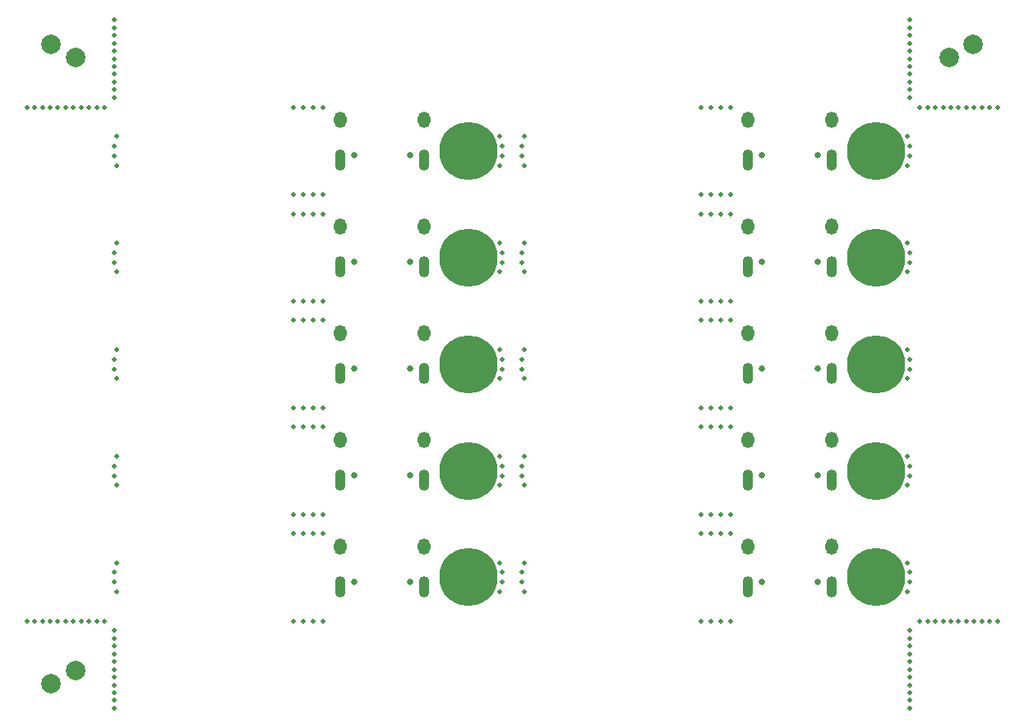
<source format=gbs>
G04 #@! TF.GenerationSoftware,KiCad,Pcbnew,7.0.9*
G04 #@! TF.CreationDate,2023-11-12T18:22:16+01:00*
G04 #@! TF.ProjectId,udb-s-panel,7564622d-732d-4706-916e-656c2e6b6963,rev?*
G04 #@! TF.SameCoordinates,Original*
G04 #@! TF.FileFunction,Soldermask,Bot*
G04 #@! TF.FilePolarity,Negative*
%FSLAX46Y46*%
G04 Gerber Fmt 4.6, Leading zero omitted, Abs format (unit mm)*
G04 Created by KiCad (PCBNEW 7.0.9) date 2023-11-12 18:22:16*
%MOMM*%
%LPD*%
G01*
G04 APERTURE LIST*
%ADD10C,0.650000*%
%ADD11O,1.100000X2.200000*%
%ADD12O,1.300000X1.700000*%
%ADD13C,0.500000*%
%ADD14C,3.600000*%
%ADD15C,6.000000*%
%ADD16C,2.000000*%
G04 APERTURE END LIST*
D10*
G04 #@! TO.C,J1*
X39488602Y24050003D03*
X33708602Y24050003D03*
D11*
X40918602Y23520003D03*
D12*
X40918602Y27700003D03*
D11*
X32278602Y23520003D03*
D12*
X32278602Y27700003D03*
G04 #@! TD*
D13*
G04 #@! TO.C,KiKit_MB_28_1*
X30498601Y20000003D03*
G04 #@! TD*
G04 #@! TO.C,KiKit_MB_27_2*
X28498602Y29000004D03*
G04 #@! TD*
G04 #@! TO.C,KiKit_MB_33_2*
X9028438Y12991294D03*
G04 #@! TD*
G04 #@! TO.C,KiKit_MB_26_3*
X48968765Y23991296D03*
G04 #@! TD*
G04 #@! TO.C,KiKit_MB_2_4*
X48739958Y56000009D03*
G04 #@! TD*
D14*
G04 #@! TO.C,H1*
X45498602Y35500005D03*
D15*
X45498602Y35500005D03*
G04 #@! TD*
D13*
G04 #@! TO.C,KiKit_MB_28_4*
X27498602Y20000003D03*
G04 #@! TD*
G04 #@! TO.C,KiKit_MB_8_1*
X72498602Y53000009D03*
G04 #@! TD*
D14*
G04 #@! TO.C,H1*
X87498603Y24500003D03*
D15*
X87498603Y24500003D03*
G04 #@! TD*
D13*
G04 #@! TO.C,KiKit_MB_40_3*
X70498602Y9000001D03*
G04 #@! TD*
G04 #@! TO.C,KiKit_MB_11_2*
X28498602Y51000008D03*
G04 #@! TD*
G04 #@! TO.C,KiKit_MB_26_2*
X48968765Y25008711D03*
G04 #@! TD*
D14*
G04 #@! TO.C,H1*
X87498603Y46500007D03*
D15*
X87498603Y46500007D03*
G04 #@! TD*
D13*
G04 #@! TO.C,KiKit_MB_11_3*
X29498601Y51000008D03*
G04 #@! TD*
D14*
G04 #@! TO.C,H1*
X45498602Y24500003D03*
D15*
X45498602Y24500003D03*
G04 #@! TD*
D13*
G04 #@! TO.C,KiKit_MB_41_2*
X9000000Y70200010D03*
G04 #@! TD*
G04 #@! TO.C,KiKit_MB_12_1*
X30498601Y42000007D03*
G04 #@! TD*
G04 #@! TO.C,KiKit_MB_12_2*
X29498601Y42000007D03*
G04 #@! TD*
G04 #@! TO.C,KiKit_MB_15_2*
X70498602Y51000008D03*
G04 #@! TD*
D10*
G04 #@! TO.C,J1*
X39488602Y46050007D03*
X33708602Y46050007D03*
D11*
X40918602Y45520007D03*
D12*
X40918602Y49700007D03*
D11*
X32278602Y45520007D03*
D12*
X32278602Y49700007D03*
G04 #@! TD*
D13*
G04 #@! TO.C,KiKit_MB_44_7*
X90997203Y3200000D03*
G04 #@! TD*
G04 #@! TO.C,KiKit_MB_43_4*
X9000000Y5600000D03*
G04 #@! TD*
G04 #@! TO.C,KiKit_MB_43_5*
X9000000Y4800000D03*
G04 #@! TD*
G04 #@! TO.C,KiKit_MB_30_2*
X90968766Y25008711D03*
G04 #@! TD*
G04 #@! TO.C,KiKit_MB_20_4*
X27498602Y31000005D03*
G04 #@! TD*
G04 #@! TO.C,KiKit_MB_39_4*
X72498602Y18000002D03*
G04 #@! TD*
G04 #@! TO.C,KiKit_MB_41_7*
X9000000Y66200010D03*
G04 #@! TD*
G04 #@! TO.C,KiKit_MB_7_2*
X70498602Y62000009D03*
G04 #@! TD*
G04 #@! TO.C,KiKit_MB_13_3*
X51028438Y47008715D03*
G04 #@! TD*
G04 #@! TO.C,KiKit_MB_44_4*
X90997203Y5600000D03*
G04 #@! TD*
G04 #@! TO.C,KiKit_MB_22_3*
X90968766Y34991298D03*
G04 #@! TD*
G04 #@! TO.C,KiKit_MB_34_1*
X48739958Y15000001D03*
G04 #@! TD*
G04 #@! TO.C,KiKit_MB_31_4*
X72498602Y29000004D03*
G04 #@! TD*
G04 #@! TO.C,KiKit_MB_26_4*
X48739958Y23000003D03*
G04 #@! TD*
G04 #@! TO.C,KiKit_MB_17_2*
X9028438Y34991298D03*
G04 #@! TD*
G04 #@! TO.C,KiKit_MB_20_2*
X29498601Y31000005D03*
G04 #@! TD*
G04 #@! TO.C,KiKit_MB_12_4*
X27498602Y42000007D03*
G04 #@! TD*
G04 #@! TO.C,KiKit_MB_47_1*
X91997204Y62000010D03*
G04 #@! TD*
G04 #@! TO.C,KiKit_MB_48_3*
X93597204Y9000000D03*
G04 #@! TD*
G04 #@! TO.C,KiKit_MB_48_10*
X99197204Y9000000D03*
G04 #@! TD*
G04 #@! TO.C,KiKit_MB_42_6*
X90997203Y67000010D03*
G04 #@! TD*
G04 #@! TO.C,KiKit_MB_29_3*
X51028438Y25008711D03*
G04 #@! TD*
G04 #@! TO.C,KiKit_MB_22_2*
X90968766Y36008713D03*
G04 #@! TD*
G04 #@! TO.C,KiKit_MB_20_3*
X28498602Y31000005D03*
G04 #@! TD*
G04 #@! TO.C,KiKit_MB_18_3*
X48968765Y34991298D03*
G04 #@! TD*
G04 #@! TO.C,KiKit_MB_8_4*
X69498602Y53000009D03*
G04 #@! TD*
G04 #@! TO.C,KiKit_MB_30_3*
X90968766Y23991296D03*
G04 #@! TD*
G04 #@! TO.C,KiKit_MB_32_3*
X70498602Y20000003D03*
G04 #@! TD*
G04 #@! TO.C,KiKit_MB_35_3*
X29498601Y18000002D03*
G04 #@! TD*
G04 #@! TO.C,KiKit_MB_47_9*
X98397204Y62000010D03*
G04 #@! TD*
G04 #@! TO.C,KiKit_MB_41_6*
X9000000Y67000010D03*
G04 #@! TD*
G04 #@! TO.C,KiKit_MB_30_4*
X90739959Y23000003D03*
G04 #@! TD*
G04 #@! TO.C,KiKit_MB_45_6*
X4000000Y62000010D03*
G04 #@! TD*
G04 #@! TO.C,KiKit_MB_29_1*
X51257245Y23000003D03*
G04 #@! TD*
G04 #@! TO.C,KiKit_MB_37_1*
X51257245Y12000001D03*
G04 #@! TD*
G04 #@! TO.C,KiKit_MB_43_8*
X9000000Y2400000D03*
G04 #@! TD*
D10*
G04 #@! TO.C,J1*
X81488603Y35050005D03*
X75708603Y35050005D03*
D11*
X82918603Y34520005D03*
D12*
X82918603Y38700005D03*
D11*
X74278603Y34520005D03*
D12*
X74278603Y38700005D03*
G04 #@! TD*
D13*
G04 #@! TO.C,KiKit_MB_36_3*
X28498602Y9000001D03*
G04 #@! TD*
G04 #@! TO.C,KiKit_MB_14_1*
X90739959Y48000007D03*
G04 #@! TD*
G04 #@! TO.C,KiKit_MB_17_3*
X9028438Y36008713D03*
G04 #@! TD*
G04 #@! TO.C,KiKit_MB_41_1*
X9000000Y71000010D03*
G04 #@! TD*
G04 #@! TO.C,KiKit_MB_1_2*
X9028438Y56991302D03*
G04 #@! TD*
G04 #@! TO.C,KiKit_MB_45_4*
X2400000Y62000010D03*
G04 #@! TD*
G04 #@! TO.C,KiKit_MB_2_3*
X48968765Y56991302D03*
G04 #@! TD*
G04 #@! TO.C,KiKit_MB_39_1*
X69498602Y18000002D03*
G04 #@! TD*
G04 #@! TO.C,KiKit_MB_4_2*
X29498601Y53000009D03*
G04 #@! TD*
G04 #@! TO.C,KiKit_MB_42_9*
X90997203Y64600010D03*
G04 #@! TD*
G04 #@! TO.C,KiKit_MB_42_1*
X90997203Y71000010D03*
G04 #@! TD*
G04 #@! TO.C,KiKit_MB_25_2*
X9028438Y23991296D03*
G04 #@! TD*
G04 #@! TO.C,KiKit_MB_44_6*
X90997203Y4000000D03*
G04 #@! TD*
G04 #@! TO.C,KiKit_MB_45_1*
X0Y62000010D03*
G04 #@! TD*
G04 #@! TO.C,KiKit_MB_24_3*
X70498602Y31000005D03*
G04 #@! TD*
G04 #@! TO.C,KiKit_MB_48_11*
X99997204Y9000000D03*
G04 #@! TD*
G04 #@! TO.C,KiKit_MB_45_8*
X5600000Y62000010D03*
G04 #@! TD*
G04 #@! TO.C,KiKit_MB_1_3*
X9028438Y58008716D03*
G04 #@! TD*
G04 #@! TO.C,KiKit_MB_28_2*
X29498601Y20000003D03*
G04 #@! TD*
G04 #@! TO.C,KiKit_MB_44_3*
X90997203Y6400000D03*
G04 #@! TD*
G04 #@! TO.C,KiKit_MB_36_2*
X29498601Y9000001D03*
G04 #@! TD*
G04 #@! TO.C,KiKit_MB_38_4*
X90739959Y12000001D03*
G04 #@! TD*
G04 #@! TO.C,KiKit_MB_15_4*
X72498602Y51000008D03*
G04 #@! TD*
G04 #@! TO.C,KiKit_MB_47_3*
X93597204Y62000010D03*
G04 #@! TD*
G04 #@! TO.C,KiKit_MB_24_2*
X71498602Y31000005D03*
G04 #@! TD*
G04 #@! TO.C,KiKit_MB_46_4*
X2400000Y9000000D03*
G04 #@! TD*
G04 #@! TO.C,KiKit_MB_42_11*
X90997203Y63000010D03*
G04 #@! TD*
G04 #@! TO.C,KiKit_MB_40_2*
X71498602Y9000001D03*
G04 #@! TD*
G04 #@! TO.C,KiKit_MB_45_11*
X8000000Y62000010D03*
G04 #@! TD*
G04 #@! TO.C,KiKit_MB_37_4*
X51257245Y15000001D03*
G04 #@! TD*
G04 #@! TO.C,KiKit_MB_9_3*
X9028438Y47008715D03*
G04 #@! TD*
G04 #@! TO.C,KiKit_MB_46_6*
X4000000Y9000000D03*
G04 #@! TD*
G04 #@! TO.C,KiKit_MB_4_1*
X30498601Y53000009D03*
G04 #@! TD*
G04 #@! TO.C,KiKit_MB_33_1*
X9257245Y12000001D03*
G04 #@! TD*
D14*
G04 #@! TO.C,H1*
X87498603Y13500001D03*
D15*
X87498603Y13500001D03*
G04 #@! TD*
D13*
G04 #@! TO.C,KiKit_MB_45_2*
X800000Y62000010D03*
G04 #@! TD*
G04 #@! TO.C,KiKit_MB_44_1*
X90997203Y8000000D03*
G04 #@! TD*
G04 #@! TO.C,KiKit_MB_43_9*
X9000000Y1600000D03*
G04 #@! TD*
D10*
G04 #@! TO.C,J1*
X39488602Y13050001D03*
X33708602Y13050001D03*
D11*
X40918602Y12520001D03*
D12*
X40918602Y16700001D03*
D11*
X32278602Y12520001D03*
D12*
X32278602Y16700001D03*
G04 #@! TD*
D13*
G04 #@! TO.C,KiKit_MB_19_3*
X29498601Y40000006D03*
G04 #@! TD*
G04 #@! TO.C,KiKit_MB_46_1*
X0Y9000000D03*
G04 #@! TD*
G04 #@! TO.C,KiKit_MB_43_3*
X9000000Y6400000D03*
G04 #@! TD*
G04 #@! TO.C,KiKit_MB_22_1*
X90739959Y37000005D03*
G04 #@! TD*
G04 #@! TO.C,KiKit_MB_19_1*
X27498602Y40000006D03*
G04 #@! TD*
G04 #@! TO.C,KiKit_MB_44_5*
X90997203Y4800000D03*
G04 #@! TD*
D10*
G04 #@! TO.C,J1*
X39488602Y35050005D03*
X33708602Y35050005D03*
D11*
X40918602Y34520005D03*
D12*
X40918602Y38700005D03*
D11*
X32278602Y34520005D03*
D12*
X32278602Y38700005D03*
G04 #@! TD*
D13*
G04 #@! TO.C,KiKit_MB_29_2*
X51028438Y23991296D03*
G04 #@! TD*
G04 #@! TO.C,KiKit_MB_48_9*
X98397204Y9000000D03*
G04 #@! TD*
G04 #@! TO.C,KiKit_MB_21_4*
X51257245Y37000005D03*
G04 #@! TD*
G04 #@! TO.C,KiKit_MB_35_2*
X28498602Y18000002D03*
G04 #@! TD*
G04 #@! TO.C,KiKit_MB_5_1*
X51257245Y56000009D03*
G04 #@! TD*
G04 #@! TO.C,KiKit_MB_1_4*
X9257245Y59000009D03*
G04 #@! TD*
D16*
G04 #@! TO.C,KiKit_TO_1*
X2500000Y68500010D03*
G04 #@! TD*
D13*
G04 #@! TO.C,KiKit_MB_42_5*
X90997203Y67800010D03*
G04 #@! TD*
G04 #@! TO.C,KiKit_MB_10_1*
X48739958Y48000007D03*
G04 #@! TD*
G04 #@! TO.C,KiKit_MB_47_7*
X96797204Y62000010D03*
G04 #@! TD*
G04 #@! TO.C,KiKit_MB_31_3*
X71498602Y29000004D03*
G04 #@! TD*
G04 #@! TO.C,KiKit_MB_32_1*
X72498602Y20000003D03*
G04 #@! TD*
G04 #@! TO.C,KiKit_MB_31_2*
X70498602Y29000004D03*
G04 #@! TD*
G04 #@! TO.C,KiKit_MB_21_2*
X51028438Y34991298D03*
G04 #@! TD*
G04 #@! TO.C,KiKit_MB_12_3*
X28498602Y42000007D03*
G04 #@! TD*
G04 #@! TO.C,KiKit_MB_42_7*
X90997203Y66200010D03*
G04 #@! TD*
D14*
G04 #@! TO.C,H1*
X87498603Y35500005D03*
D15*
X87498603Y35500005D03*
G04 #@! TD*
D10*
G04 #@! TO.C,J1*
X81488603Y46050007D03*
X75708603Y46050007D03*
D11*
X82918603Y45520007D03*
D12*
X82918603Y49700007D03*
D11*
X74278603Y45520007D03*
D12*
X74278603Y49700007D03*
G04 #@! TD*
D13*
G04 #@! TO.C,KiKit_MB_47_4*
X94397204Y62000010D03*
G04 #@! TD*
G04 #@! TO.C,KiKit_MB_16_3*
X70498602Y42000007D03*
G04 #@! TD*
G04 #@! TO.C,KiKit_MB_28_3*
X28498602Y20000003D03*
G04 #@! TD*
D10*
G04 #@! TO.C,J1*
X81488603Y24050003D03*
X75708603Y24050003D03*
D11*
X82918603Y23520003D03*
D12*
X82918603Y27700003D03*
D11*
X74278603Y23520003D03*
D12*
X74278603Y27700003D03*
G04 #@! TD*
D13*
G04 #@! TO.C,KiKit_MB_45_3*
X1600000Y62000010D03*
G04 #@! TD*
G04 #@! TO.C,KiKit_MB_21_1*
X51257245Y34000005D03*
G04 #@! TD*
G04 #@! TO.C,KiKit_MB_48_6*
X95997204Y9000000D03*
G04 #@! TD*
G04 #@! TO.C,KiKit_MB_27_3*
X29498601Y29000004D03*
G04 #@! TD*
G04 #@! TO.C,KiKit_MB_2_1*
X48739958Y59000009D03*
G04 #@! TD*
G04 #@! TO.C,KiKit_MB_3_3*
X29498601Y62000009D03*
G04 #@! TD*
G04 #@! TO.C,KiKit_MB_48_7*
X96797204Y9000000D03*
G04 #@! TD*
G04 #@! TO.C,KiKit_MB_13_1*
X51257245Y45000007D03*
G04 #@! TD*
G04 #@! TO.C,KiKit_MB_24_1*
X72498602Y31000005D03*
G04 #@! TD*
G04 #@! TO.C,KiKit_MB_27_4*
X30498601Y29000004D03*
G04 #@! TD*
G04 #@! TO.C,KiKit_MB_42_10*
X90997203Y63800010D03*
G04 #@! TD*
G04 #@! TO.C,KiKit_MB_35_4*
X30498601Y18000002D03*
G04 #@! TD*
G04 #@! TO.C,KiKit_MB_48_2*
X92797204Y9000000D03*
G04 #@! TD*
G04 #@! TO.C,KiKit_MB_18_4*
X48739958Y34000005D03*
G04 #@! TD*
G04 #@! TO.C,KiKit_MB_40_4*
X69498602Y9000001D03*
G04 #@! TD*
G04 #@! TO.C,KiKit_MB_15_3*
X71498602Y51000008D03*
G04 #@! TD*
G04 #@! TO.C,KiKit_MB_16_4*
X69498602Y42000007D03*
G04 #@! TD*
D10*
G04 #@! TO.C,J1*
X81488603Y57050009D03*
X75708603Y57050009D03*
D11*
X82918603Y56520009D03*
D12*
X82918603Y60700009D03*
D11*
X74278603Y56520009D03*
D12*
X74278603Y60700009D03*
G04 #@! TD*
D13*
G04 #@! TO.C,KiKit_MB_24_4*
X69498602Y31000005D03*
G04 #@! TD*
G04 #@! TO.C,KiKit_MB_23_3*
X71498602Y40000006D03*
G04 #@! TD*
G04 #@! TO.C,KiKit_MB_6_1*
X90739959Y59000009D03*
G04 #@! TD*
G04 #@! TO.C,KiKit_MB_9_4*
X9257245Y48000007D03*
G04 #@! TD*
G04 #@! TO.C,KiKit_MB_4_4*
X27498602Y53000009D03*
G04 #@! TD*
G04 #@! TO.C,KiKit_MB_34_3*
X48968765Y12991294D03*
G04 #@! TD*
G04 #@! TO.C,KiKit_MB_45_7*
X4800000Y62000010D03*
G04 #@! TD*
G04 #@! TO.C,KiKit_MB_14_4*
X90739959Y45000007D03*
G04 #@! TD*
G04 #@! TO.C,KiKit_MB_6_2*
X90968766Y58008716D03*
G04 #@! TD*
G04 #@! TO.C,KiKit_MB_46_10*
X7200000Y9000000D03*
G04 #@! TD*
G04 #@! TO.C,KiKit_MB_13_2*
X51028438Y45991300D03*
G04 #@! TD*
G04 #@! TO.C,KiKit_MB_34_4*
X48739958Y12000001D03*
G04 #@! TD*
G04 #@! TO.C,KiKit_MB_37_3*
X51028438Y14008709D03*
G04 #@! TD*
G04 #@! TO.C,KiKit_MB_47_10*
X99197204Y62000010D03*
G04 #@! TD*
G04 #@! TO.C,KiKit_MB_43_10*
X9000000Y800000D03*
G04 #@! TD*
G04 #@! TO.C,KiKit_MB_32_4*
X69498602Y20000003D03*
G04 #@! TD*
G04 #@! TO.C,KiKit_MB_44_2*
X90997203Y7200000D03*
G04 #@! TD*
G04 #@! TO.C,KiKit_MB_36_4*
X27498602Y9000001D03*
G04 #@! TD*
G04 #@! TO.C,KiKit_MB_46_3*
X1600000Y9000000D03*
G04 #@! TD*
G04 #@! TO.C,KiKit_MB_47_11*
X99997204Y62000010D03*
G04 #@! TD*
G04 #@! TO.C,KiKit_MB_3_2*
X28498602Y62000009D03*
G04 #@! TD*
G04 #@! TO.C,KiKit_MB_5_3*
X51028438Y58008716D03*
G04 #@! TD*
G04 #@! TO.C,KiKit_MB_14_3*
X90968766Y45991300D03*
G04 #@! TD*
G04 #@! TO.C,KiKit_MB_47_6*
X95997204Y62000010D03*
G04 #@! TD*
G04 #@! TO.C,KiKit_MB_5_4*
X51257245Y59000009D03*
G04 #@! TD*
D16*
G04 #@! TO.C,KiKit_TO_3*
X2500000Y2500000D03*
G04 #@! TD*
D13*
G04 #@! TO.C,KiKit_MB_46_8*
X5600000Y9000000D03*
G04 #@! TD*
G04 #@! TO.C,KiKit_MB_41_9*
X9000000Y64600010D03*
G04 #@! TD*
G04 #@! TO.C,KiKit_MB_17_4*
X9257245Y37000005D03*
G04 #@! TD*
G04 #@! TO.C,KiKit_MB_43_2*
X9000000Y7200000D03*
G04 #@! TD*
G04 #@! TO.C,KiKit_MB_23_2*
X70498602Y40000006D03*
G04 #@! TD*
G04 #@! TO.C,KiKit_MB_48_4*
X94397204Y9000000D03*
G04 #@! TD*
G04 #@! TO.C,KiKit_MB_16_1*
X72498602Y42000007D03*
G04 #@! TD*
G04 #@! TO.C,KiKit_MB_39_2*
X70498602Y18000002D03*
G04 #@! TD*
G04 #@! TO.C,KiKit_MB_38_1*
X90739959Y15000001D03*
G04 #@! TD*
G04 #@! TO.C,KiKit_MB_44_8*
X90997203Y2400000D03*
G04 #@! TD*
G04 #@! TO.C,KiKit_MB_48_1*
X91997204Y9000000D03*
G04 #@! TD*
G04 #@! TO.C,KiKit_MB_16_2*
X71498602Y42000007D03*
G04 #@! TD*
G04 #@! TO.C,KiKit_MB_47_5*
X95197204Y62000010D03*
G04 #@! TD*
G04 #@! TO.C,KiKit_MB_9_1*
X9257245Y45000007D03*
G04 #@! TD*
D14*
G04 #@! TO.C,H1*
X45498602Y46500007D03*
D15*
X45498602Y46500007D03*
G04 #@! TD*
D13*
G04 #@! TO.C,KiKit_MB_42_2*
X90997203Y70200010D03*
G04 #@! TD*
G04 #@! TO.C,KiKit_MB_46_9*
X6400000Y9000000D03*
G04 #@! TD*
G04 #@! TO.C,KiKit_MB_37_2*
X51028438Y12991294D03*
G04 #@! TD*
G04 #@! TO.C,KiKit_MB_43_11*
X9000000Y0D03*
G04 #@! TD*
G04 #@! TO.C,KiKit_MB_6_3*
X90968766Y56991302D03*
G04 #@! TD*
G04 #@! TO.C,KiKit_MB_43_1*
X9000000Y8000000D03*
G04 #@! TD*
G04 #@! TO.C,KiKit_MB_18_2*
X48968765Y36008713D03*
G04 #@! TD*
G04 #@! TO.C,KiKit_MB_4_3*
X28498602Y53000009D03*
G04 #@! TD*
D14*
G04 #@! TO.C,H1*
X45498602Y57500009D03*
D15*
X45498602Y57500009D03*
G04 #@! TD*
D13*
G04 #@! TO.C,KiKit_MB_40_1*
X72498602Y9000001D03*
G04 #@! TD*
G04 #@! TO.C,KiKit_MB_7_3*
X71498602Y62000009D03*
G04 #@! TD*
G04 #@! TO.C,KiKit_MB_42_4*
X90997203Y68600010D03*
G04 #@! TD*
G04 #@! TO.C,KiKit_MB_21_3*
X51028438Y36008713D03*
G04 #@! TD*
G04 #@! TO.C,KiKit_MB_41_3*
X9000000Y69400010D03*
G04 #@! TD*
G04 #@! TO.C,KiKit_MB_46_7*
X4800000Y9000000D03*
G04 #@! TD*
G04 #@! TO.C,KiKit_MB_11_4*
X30498601Y51000008D03*
G04 #@! TD*
G04 #@! TO.C,KiKit_MB_25_1*
X9257245Y23000003D03*
G04 #@! TD*
G04 #@! TO.C,KiKit_MB_10_4*
X48739958Y45000007D03*
G04 #@! TD*
G04 #@! TO.C,KiKit_MB_46_5*
X3200000Y9000000D03*
G04 #@! TD*
D10*
G04 #@! TO.C,J1*
X81488603Y13050001D03*
X75708603Y13050001D03*
D11*
X82918603Y12520001D03*
D12*
X82918603Y16700001D03*
D11*
X74278603Y12520001D03*
D12*
X74278603Y16700001D03*
G04 #@! TD*
D13*
G04 #@! TO.C,KiKit_MB_11_1*
X27498602Y51000008D03*
G04 #@! TD*
G04 #@! TO.C,KiKit_MB_26_1*
X48739958Y26000003D03*
G04 #@! TD*
G04 #@! TO.C,KiKit_MB_25_4*
X9257245Y26000003D03*
G04 #@! TD*
G04 #@! TO.C,KiKit_MB_33_4*
X9257245Y15000001D03*
G04 #@! TD*
G04 #@! TO.C,KiKit_MB_47_8*
X97597204Y62000010D03*
G04 #@! TD*
G04 #@! TO.C,KiKit_MB_23_4*
X72498602Y40000006D03*
G04 #@! TD*
G04 #@! TO.C,KiKit_MB_7_4*
X72498602Y62000009D03*
G04 #@! TD*
D14*
G04 #@! TO.C,H1*
X45498602Y13500001D03*
D15*
X45498602Y13500001D03*
G04 #@! TD*
D13*
G04 #@! TO.C,KiKit_MB_44_10*
X90997203Y800000D03*
G04 #@! TD*
G04 #@! TO.C,KiKit_MB_45_5*
X3200000Y62000010D03*
G04 #@! TD*
G04 #@! TO.C,KiKit_MB_8_3*
X70498602Y53000009D03*
G04 #@! TD*
G04 #@! TO.C,KiKit_MB_44_9*
X90997203Y1600000D03*
G04 #@! TD*
G04 #@! TO.C,KiKit_MB_31_1*
X69498602Y29000004D03*
G04 #@! TD*
G04 #@! TO.C,KiKit_MB_41_11*
X9000000Y63000010D03*
G04 #@! TD*
G04 #@! TO.C,KiKit_MB_36_1*
X30498601Y9000001D03*
G04 #@! TD*
G04 #@! TO.C,KiKit_MB_39_3*
X71498602Y18000002D03*
G04 #@! TD*
G04 #@! TO.C,KiKit_MB_22_4*
X90739959Y34000005D03*
G04 #@! TD*
G04 #@! TO.C,KiKit_MB_7_1*
X69498602Y62000009D03*
G04 #@! TD*
D16*
G04 #@! TO.C,KiKit_TO_2*
X97497204Y68500010D03*
G04 #@! TD*
D13*
G04 #@! TO.C,KiKit_MB_43_6*
X9000000Y4000000D03*
G04 #@! TD*
G04 #@! TO.C,KiKit_MB_19_2*
X28498602Y40000006D03*
G04 #@! TD*
G04 #@! TO.C,KiKit_MB_41_5*
X9000000Y67800010D03*
G04 #@! TD*
G04 #@! TO.C,KiKit_MB_43_7*
X9000000Y3200000D03*
G04 #@! TD*
G04 #@! TO.C,KiKit_MB_47_2*
X92797204Y62000010D03*
G04 #@! TD*
G04 #@! TO.C,KiKit_MB_30_1*
X90739959Y26000003D03*
G04 #@! TD*
G04 #@! TO.C,KiKit_MB_15_1*
X69498602Y51000008D03*
G04 #@! TD*
G04 #@! TO.C,KiKit_MB_45_9*
X6400000Y62000010D03*
G04 #@! TD*
G04 #@! TO.C,KiKit_MB_9_2*
X9028438Y45991300D03*
G04 #@! TD*
G04 #@! TO.C,KiKit_MB_33_3*
X9028438Y14008709D03*
G04 #@! TD*
G04 #@! TO.C,KiKit_MB_44_11*
X90997203Y0D03*
G04 #@! TD*
G04 #@! TO.C,KiKit_MB_10_2*
X48968765Y47008715D03*
G04 #@! TD*
G04 #@! TO.C,KiKit_MB_42_8*
X90997203Y65400010D03*
G04 #@! TD*
G04 #@! TO.C,KiKit_MB_32_2*
X71498602Y20000003D03*
G04 #@! TD*
G04 #@! TO.C,KiKit_MB_18_1*
X48739958Y37000005D03*
G04 #@! TD*
G04 #@! TO.C,KiKit_MB_25_3*
X9028438Y25008711D03*
G04 #@! TD*
G04 #@! TO.C,KiKit_MB_48_5*
X95197204Y9000000D03*
G04 #@! TD*
G04 #@! TO.C,KiKit_MB_41_8*
X9000000Y65400010D03*
G04 #@! TD*
G04 #@! TO.C,KiKit_MB_17_1*
X9257245Y34000005D03*
G04 #@! TD*
G04 #@! TO.C,KiKit_MB_3_4*
X30498601Y62000009D03*
G04 #@! TD*
G04 #@! TO.C,KiKit_MB_38_2*
X90968766Y14008709D03*
G04 #@! TD*
G04 #@! TO.C,KiKit_MB_42_3*
X90997203Y69400010D03*
G04 #@! TD*
G04 #@! TO.C,KiKit_MB_14_2*
X90968766Y47008715D03*
G04 #@! TD*
D14*
G04 #@! TO.C,H1*
X87498603Y57500009D03*
D15*
X87498603Y57500009D03*
G04 #@! TD*
D13*
G04 #@! TO.C,KiKit_MB_19_4*
X30498601Y40000006D03*
G04 #@! TD*
G04 #@! TO.C,KiKit_MB_46_11*
X8000000Y9000000D03*
G04 #@! TD*
G04 #@! TO.C,KiKit_MB_2_2*
X48968765Y58008716D03*
G04 #@! TD*
G04 #@! TO.C,KiKit_MB_38_3*
X90968766Y12991294D03*
G04 #@! TD*
G04 #@! TO.C,KiKit_MB_34_2*
X48968765Y14008709D03*
G04 #@! TD*
G04 #@! TO.C,KiKit_MB_45_10*
X7200000Y62000010D03*
G04 #@! TD*
G04 #@! TO.C,KiKit_MB_5_2*
X51028438Y56991302D03*
G04 #@! TD*
G04 #@! TO.C,KiKit_MB_41_10*
X9000000Y63800010D03*
G04 #@! TD*
G04 #@! TO.C,KiKit_MB_1_1*
X9257245Y56000009D03*
G04 #@! TD*
G04 #@! TO.C,KiKit_MB_48_8*
X97597204Y9000000D03*
G04 #@! TD*
G04 #@! TO.C,KiKit_MB_13_4*
X51257245Y48000007D03*
G04 #@! TD*
G04 #@! TO.C,KiKit_MB_6_4*
X90739959Y56000009D03*
G04 #@! TD*
G04 #@! TO.C,KiKit_MB_23_1*
X69498602Y40000006D03*
G04 #@! TD*
G04 #@! TO.C,KiKit_MB_20_1*
X30498601Y31000005D03*
G04 #@! TD*
G04 #@! TO.C,KiKit_MB_46_2*
X800000Y9000000D03*
G04 #@! TD*
G04 #@! TO.C,KiKit_MB_29_4*
X51257245Y26000003D03*
G04 #@! TD*
G04 #@! TO.C,KiKit_MB_10_3*
X48968765Y45991300D03*
G04 #@! TD*
G04 #@! TO.C,KiKit_MB_27_1*
X27498602Y29000004D03*
G04 #@! TD*
D10*
G04 #@! TO.C,J1*
X39488602Y57050009D03*
X33708602Y57050009D03*
D11*
X40918602Y56520009D03*
D12*
X40918602Y60700009D03*
D11*
X32278602Y56520009D03*
D12*
X32278602Y60700009D03*
G04 #@! TD*
D13*
G04 #@! TO.C,KiKit_MB_41_4*
X9000000Y68600010D03*
G04 #@! TD*
G04 #@! TO.C,KiKit_MB_3_1*
X27498602Y62000009D03*
G04 #@! TD*
G04 #@! TO.C,KiKit_MB_35_1*
X27498602Y18000002D03*
G04 #@! TD*
G04 #@! TO.C,KiKit_MB_8_2*
X71498602Y53000009D03*
G04 #@! TD*
D16*
G04 #@! TO.C,KiKit_FID_B_1*
X5000000Y67150010D03*
G04 #@! TD*
G04 #@! TO.C,KiKit_FID_B_3*
X5000000Y3850000D03*
G04 #@! TD*
G04 #@! TO.C,KiKit_FID_B_2*
X94997204Y67150010D03*
G04 #@! TD*
M02*

</source>
